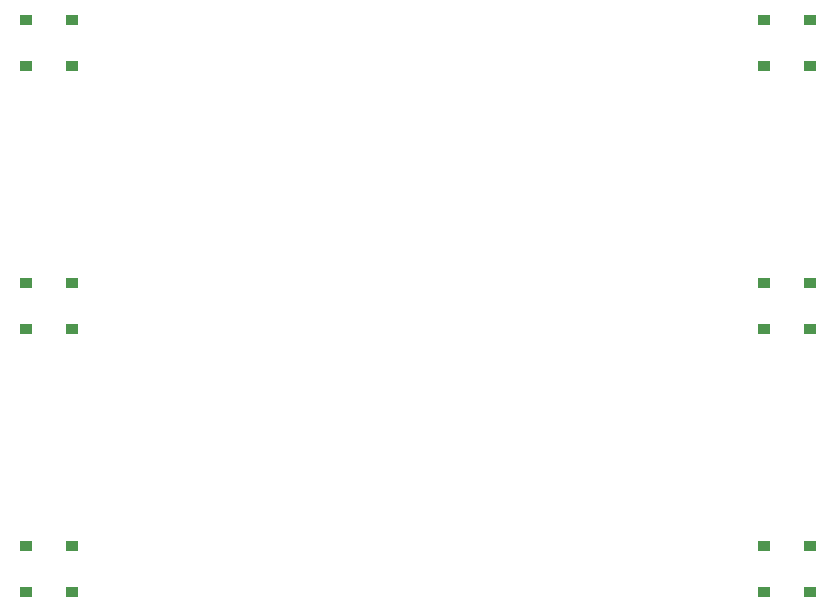
<source format=gbp>
G04*
G04 #@! TF.GenerationSoftware,Altium Limited,Altium Designer,22.2.1 (43)*
G04*
G04 Layer_Color=128*
%FSLAX44Y44*%
%MOMM*%
G71*
G04*
G04 #@! TF.SameCoordinates,F22D7B0F-2773-4D4D-AF8D-6C822D1F900A*
G04*
G04*
G04 #@! TF.FilePolarity,Positive*
G04*
G01*
G75*
%ADD148R,1.0492X0.8492*%
D148*
X-331750Y285000D02*
D03*
X-293250D02*
D03*
X-331750Y246000D02*
D03*
X-293250D02*
D03*
X-331750Y62000D02*
D03*
X-293250D02*
D03*
X-331750Y23000D02*
D03*
X-293250D02*
D03*
X-331750Y-161000D02*
D03*
X-293250D02*
D03*
X-331750Y-200000D02*
D03*
X-293250D02*
D03*
X331750D02*
D03*
X293250D02*
D03*
X331750Y-161000D02*
D03*
X293250D02*
D03*
X331750Y23000D02*
D03*
X293250D02*
D03*
X331750Y62000D02*
D03*
X293250D02*
D03*
X331750Y246000D02*
D03*
X293250D02*
D03*
X331750Y285000D02*
D03*
X293250D02*
D03*
M02*

</source>
